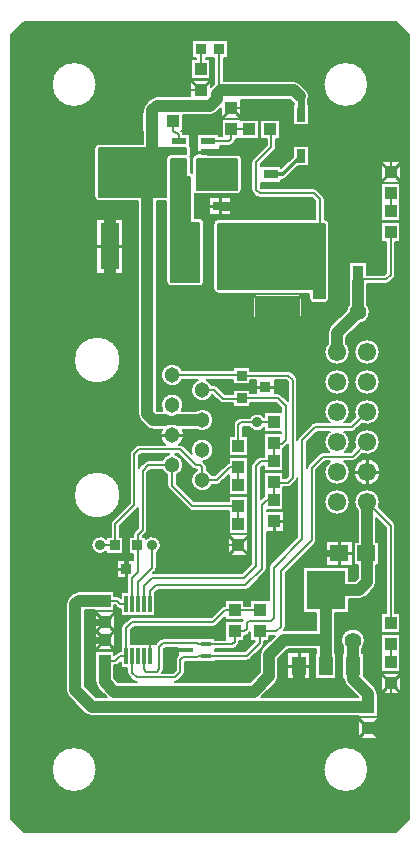
<source format=gbr>
G04 DesignSpark PCB PRO Gerber Version 10.0 Build 5299*
G04 #@! TF.Part,Single*
G04 #@! TF.FileFunction,Copper,L1,Top*
G04 #@! TF.FilePolarity,Positive*
%FSLAX35Y35*%
%MOIN*%
G04 #@! TA.AperFunction,SMDPad,CuDef*
%ADD125R,0.01181X0.05512*%
%ADD23R,0.03150X0.04528*%
%ADD130R,0.03465X0.11063*%
%ADD27R,0.03937X0.04291*%
%ADD131R,0.04724X0.06299*%
%ADD21R,0.05500X0.06000*%
%ADD127R,0.06299X0.15748*%
%ADD129R,0.08858X0.18898*%
%ADD132R,0.12992X0.12992*%
%ADD73R,0.03346X0.03346*%
%ADD74R,0.03740X0.03740*%
G04 #@! TD.AperFunction*
%ADD11C,0.00787*%
%ADD117C,0.01000*%
%ADD119C,0.01181*%
%ADD118C,0.01575*%
%ADD19C,0.02362*%
%ADD120C,0.02953*%
%ADD123C,0.03150*%
G04 #@! TA.AperFunction,ViaPad*
%ADD121C,0.03543*%
G04 #@! TD.AperFunction*
%ADD18C,0.03937*%
G04 #@! TA.AperFunction,ComponentPad*
%ADD25C,0.05130*%
G04 #@! TA.AperFunction,ViaPad*
%ADD122C,0.05600*%
G04 #@! TA.AperFunction,ComponentPad*
%ADD124C,0.06102*%
G04 #@! TA.AperFunction,SMDPad,CuDef*
%ADD134R,0.03543X0.01575*%
%ADD126R,0.04921X0.02362*%
%ADD128R,0.04528X0.03150*%
%ADD24R,0.04291X0.03937*%
%ADD133R,0.06000X0.05500*%
G04 #@! TD.AperFunction*
X0Y0D02*
D02*
D11*
X6974Y268984D02*
Y7394D01*
X11331Y3037D01*
X135126D01*
X139482Y7394D01*
Y268984D01*
X135126Y273341D01*
X11331D01*
X6974Y268984D01*
X20472Y24016D02*
G75*
G02*
X35433I7480J0D01*
G01*
G75*
G02*
X20472I-7480J0D01*
G01*
Y252362D02*
G75*
G02*
X35433I7480J0D01*
G01*
G75*
G02*
X20472I-7480J0D01*
G01*
X135039Y76118D02*
X136614D01*
Y69465D01*
X130315D01*
Y76118D01*
X131890D01*
Y104663D01*
X128740Y107812D01*
Y99994D01*
X129547D01*
Y92132D01*
X128740D01*
Y86614D01*
G75*
G02*
X127815Y84384I-3150J0D01*
G01*
X125087Y81656D01*
G75*
G02*
X122857Y80731I-2230J2224D01*
G01*
X119504D01*
Y76205D01*
X114977D01*
Y63016D01*
X115370D01*
Y54354D01*
X108283D01*
Y63016D01*
X108678D01*
Y64173D01*
X99336D01*
X96063Y60900D01*
Y55118D01*
G75*
G02*
X95138Y52888I-3150J0D01*
G01*
X90281Y48031D01*
X122711D01*
X118658Y52084D01*
G75*
G02*
X117733Y54314I2224J2230D01*
G01*
Y54354D01*
X117339D01*
Y63016D01*
X117717D01*
Y64494D01*
G75*
G02*
X116885Y66929I3150J2435D01*
G01*
G75*
G02*
X124847I3981J0D01*
G01*
G75*
G02*
X124016Y64494I-3981J0D01*
G01*
Y63016D01*
X124425D01*
Y55226D01*
X128209Y51443D01*
G75*
G02*
X129134Y49213I-2224J-2230D01*
G01*
Y44860D01*
G75*
G02*
Y44839I-3172J-11D01*
G01*
G75*
G02*
Y44817I-3180J-11D01*
G01*
Y41512D01*
X122835D01*
Y41732D01*
X33858D01*
G75*
G02*
X31628Y42657I0J3150D01*
G01*
X26122Y48164D01*
G75*
G02*
X25197Y50394I2224J2230D01*
G01*
Y79134D01*
G75*
G02*
X26122Y81364I3150J0D01*
G01*
X27254Y82496D01*
G75*
G02*
X29484Y83421I2230J-2224D01*
G01*
X35039D01*
Y83598D01*
X41339D01*
Y81890D01*
X42124D01*
G75*
G02*
X43239Y81428I2J-1575D01*
G01*
X43504Y81164D01*
Y83071D01*
X45669D01*
Y87795D01*
G75*
G02*
X45672Y87878I1575J-4D01*
G01*
X42209D01*
Y94012D01*
X47638D01*
Y95965D01*
X46161D01*
Y101673D01*
X47638D01*
Y102362D01*
G75*
G02*
X48099Y103476I1575J0D01*
G01*
X49213Y104589D01*
Y111163D01*
G75*
G02*
X49145Y111091I-1177J1044D01*
G01*
X43307Y105253D01*
Y101673D01*
X44390D01*
Y95965D01*
X38681D01*
Y96710D01*
G75*
G02*
X33661Y98819I-2067J2109D01*
G01*
G75*
G02*
X38681Y100928I2953J0D01*
G01*
Y101673D01*
X40157D01*
Y105906D01*
G75*
G02*
X40619Y107019I1575J0D01*
G01*
X46457Y112857D01*
Y129134D01*
G75*
G02*
X46918Y130247I1575J0D01*
G01*
X48493Y131822D01*
G75*
G02*
X49609Y132283I1114J-1113D01*
G01*
X58339D01*
G75*
G02*
X57130Y137362I2291J3228D01*
G01*
X54331D01*
G75*
G02*
X51828Y138600I0J3150D01*
G01*
X50138Y140290D01*
G75*
G02*
X49213Y142520I2224J2230D01*
G01*
Y213385D01*
X36220D01*
G75*
G02*
X34645Y214961I0J1575D01*
G01*
Y231102D01*
G75*
G02*
X36220Y232678I1575J0D01*
G01*
X50831D01*
Y237008D01*
X50654D01*
Y243307D01*
X50831D01*
Y243740D01*
G75*
G02*
Y243743I1211J2D01*
G01*
G75*
G02*
Y243744I1410J1D01*
G01*
G75*
G02*
X51753Y245971I3150J0D01*
G01*
X53285Y247503D01*
G75*
G02*
X55516Y248425I2227J-2227D01*
G01*
X66717D01*
Y253976D01*
X73441D01*
Y251517D01*
X74544Y252621D01*
G75*
G02*
X74606Y252681I2219J-2230D01*
G01*
Y261122D01*
X71850D01*
Y260764D01*
X73228D01*
Y254110D01*
X66929D01*
Y260764D01*
X68701D01*
Y261122D01*
X67224D01*
Y267224D01*
X79232D01*
Y261122D01*
X77756D01*
Y253543D01*
X101181D01*
G75*
G02*
X103411Y252618I0J-3150D01*
G01*
X105377Y250652D01*
G75*
G02*
X105906Y246900I-2227J-2227D01*
G01*
Y245768D01*
X106299D01*
Y238878D01*
X100787D01*
Y245768D01*
X101181D01*
Y245967D01*
G75*
G02*
X100922Y246198I1968J2459D01*
G01*
X99876Y247244D01*
X83677D01*
Y240906D01*
X76953D01*
Y244546D01*
X75456Y243048D01*
G75*
G02*
X73224Y242126I-2227J2227D01*
G01*
X64307D01*
Y237008D01*
X63644D01*
X63909Y236743D01*
G75*
G02*
X64320Y236024I-1113J-1114D01*
G01*
X66437D01*
Y232246D01*
G75*
G02*
X66930Y231102I-1083J-1144D01*
G01*
Y229134D01*
G75*
G02*
X66719Y228346I-1575J0D01*
G01*
G75*
G02*
X66929Y227559I-1364J-787D01*
G01*
Y223178D01*
G75*
G02*
X67323Y223017I-394J-1525D01*
G01*
Y227559D01*
G75*
G02*
X68783Y229130I1575J0D01*
G01*
Y232496D01*
X68996D01*
Y236024D01*
X76280D01*
Y235039D01*
X77165D01*
Y240772D01*
X83465D01*
Y240551D01*
X89591D01*
Y234252D01*
X83465D01*
Y234118D01*
X81884D01*
G75*
G02*
X81426Y233136I-1569J134D01*
G01*
X80644Y232354D01*
G75*
G02*
X79528Y231890I-1116J1111D01*
G01*
X76492D01*
Y229134D01*
X82283D01*
G75*
G02*
X83858Y227559I0J-1575D01*
G01*
Y217323D01*
G75*
G02*
X82283Y215748I-1575J0D01*
G01*
X68898D01*
G75*
G02*
X68110Y215959I0J1575D01*
G01*
Y207874D01*
X69685D01*
G75*
G02*
X71260Y206299I0J-1575D01*
G01*
Y186614D01*
G75*
G02*
X69685Y185039I-1575J0D01*
G01*
X60236D01*
G75*
G02*
X58661Y186614I0J1575D01*
G01*
Y213385D01*
X55512D01*
Y143824D01*
X55675Y143661D01*
X57373D01*
G75*
G02*
X56884Y145512I3257J1850D01*
G01*
G75*
G02*
X64376I3746J0D01*
G01*
G75*
G02*
X63887Y143661I-3746J0D01*
G01*
X68602D01*
G75*
G02*
X74376Y140512I2028J-3150D01*
G01*
G75*
G02*
X68602Y137362I-3746J0D01*
G01*
X64130D01*
G75*
G02*
X62921Y132283I-3500J-1850D01*
G01*
X63383D01*
G75*
G02*
X64499Y131822I2J-1575D01*
G01*
X67121Y129201D01*
G75*
G02*
X66884Y130512I3509J1311D01*
G01*
G75*
G02*
X74376I3746J0D01*
G01*
G75*
G02*
X70881Y126774I-3746J0D01*
G01*
G75*
G02*
X70959Y126702I-1037J-1188D01*
G01*
X71741Y125919D01*
G75*
G02*
X72205Y124803I-1111J-1116D01*
G01*
Y123911D01*
G75*
G02*
X74029Y122087I-1575J-3399D01*
G01*
X74938D01*
X78769Y125917D01*
G75*
G02*
X79528Y126337I1113J-1113D01*
G01*
Y128173D01*
X85827D01*
Y115528D01*
X79528D01*
Y122222D01*
X76704Y119398D01*
G75*
G02*
X75588Y118937I-1114J1113D01*
G01*
X74029D01*
G75*
G02*
X66884Y120512I-3399J1575D01*
G01*
G75*
G02*
X69055Y123911I3746J0D01*
G01*
Y124016D01*
X68506D01*
G75*
G02*
X67391Y124477I-2J1575D01*
G01*
X62733Y129134D01*
X61586D01*
G75*
G02*
X62205Y122113I-956J-3622D01*
G01*
Y119156D01*
X67975Y113386D01*
X79528D01*
Y115181D01*
X85827D01*
Y102535D01*
X79528D01*
Y110236D01*
X67325D01*
G75*
G02*
X66209Y110698I-2J1575D01*
G01*
X59517Y117391D01*
G75*
G02*
X59055Y118504I1113J1114D01*
G01*
Y122113D01*
G75*
G02*
X57231Y123937I1575J3399D01*
G01*
X53330D01*
X52362Y122970D01*
Y103937D01*
G75*
G02*
X51901Y102824I-1575J0D01*
G01*
X50787Y101710D01*
Y101673D01*
X51870D01*
Y100928D01*
G75*
G02*
X56890Y98819I2067J-2109D01*
G01*
G75*
G02*
X55512Y96321I-2953J0D01*
G01*
Y91339D01*
G75*
G02*
X55050Y90225I-1575J0D01*
G01*
X54196Y89370D01*
X83993D01*
X87008Y92385D01*
Y125197D01*
G75*
G02*
X87469Y126310I1575J0D01*
G01*
X89001Y127842D01*
G75*
G02*
X90117Y128303I1114J-1113D01*
G01*
X91339D01*
Y136047D01*
X96850D01*
Y136394D01*
X91339D01*
Y137949D01*
G75*
G02*
X86479Y138146I-2362J1772D01*
G01*
X84252D01*
Y135173D01*
X85827D01*
Y128520D01*
X79528D01*
Y135173D01*
X81102D01*
Y138976D01*
G75*
G02*
X81564Y140090I1575J0D01*
G01*
X82308Y140834D01*
G75*
G02*
X83424Y141295I1114J-1113D01*
G01*
X86479D01*
G75*
G02*
X91339Y141492I2498J-1575D01*
G01*
Y143047D01*
X96850D01*
Y144623D01*
X95214Y146260D01*
X86713D01*
Y144980D01*
X81004D01*
Y146063D01*
X77561D01*
G75*
G02*
X76446Y146524I-2J1575D01*
G01*
X74033Y148937D01*
X74029D01*
G75*
G02*
X66884Y150512I-3399J1575D01*
G01*
G75*
G02*
X69113Y153937I3746J0D01*
G01*
X64029D01*
G75*
G02*
X56884Y155512I-3399J1575D01*
G01*
G75*
G02*
X64029Y157087I3746J0D01*
G01*
X81004D01*
Y158169D01*
X86713D01*
Y156890D01*
X99407D01*
G75*
G02*
X100523Y156428I2J-1575D01*
G01*
X101901Y155050D01*
G75*
G02*
X102362Y153937I-1113J-1114D01*
G01*
Y133858D01*
G75*
G02*
X102824Y134972I1575J0D01*
G01*
X107154Y139302D01*
G75*
G02*
X108270Y139764I1114J-1113D01*
G01*
X113105D01*
G75*
G02*
X111358Y143189I2486J3426D01*
G01*
G75*
G02*
X119823I4232J0D01*
G01*
G75*
G02*
X118076Y139764I-4232J0D01*
G01*
X119938D01*
X121699Y141525D01*
G75*
G02*
X121358Y143189I3891J1664D01*
G01*
G75*
G02*
X129823I4232J0D01*
G01*
G75*
G02*
X123926Y139298I-4232J0D01*
G01*
X121704Y137076D01*
G75*
G02*
X120588Y136614I-1114J1113D01*
G01*
X118076D01*
G75*
G02*
X118280Y129921I-2486J-3425D01*
G01*
X120096D01*
X121699Y131525D01*
G75*
G02*
X121358Y133189I3891J1664D01*
G01*
G75*
G02*
X129823I4232J0D01*
G01*
G75*
G02*
X123926Y129298I-4232J0D01*
G01*
X121861Y127233D01*
G75*
G02*
X120746Y126772I-1114J1113D01*
G01*
X117844D01*
G75*
G02*
X119823Y123189I-2253J-3583D01*
G01*
G75*
G02*
X111358I-4232J0D01*
G01*
G75*
G02*
X113337Y126772I4232J0D01*
G01*
X111676D01*
X108661Y123757D01*
Y100394D01*
G75*
G02*
X108200Y99280I-1575J0D01*
G01*
X98425Y89505D01*
Y71654D01*
G75*
G02*
X97964Y70540I-1575J0D01*
G01*
X97893Y70469D01*
G75*
G02*
X98031Y70472I141J-3148D01*
G01*
X108678D01*
Y76205D01*
X104150D01*
Y91559D01*
X119504D01*
Y87030D01*
X121552D01*
X122441Y87919D01*
Y92132D01*
X121185D01*
Y99994D01*
X122441D01*
Y110362D01*
G75*
G02*
X121358Y113189I3150J2827D01*
G01*
G75*
G02*
X129823I4232J0D01*
G01*
G75*
G02*
X129482Y111525I-4232J0D01*
G01*
X134578Y106428D01*
G75*
G02*
X135039Y105315I-1113J-1114D01*
G01*
Y76118D01*
X35220Y207693D02*
X44307D01*
Y189157D01*
X35220D01*
Y207693D01*
X111417Y207480D02*
G75*
G02*
X112992Y205906I0J-1575D01*
G01*
Y181102D01*
G75*
G02*
X112618Y180083I-1575J0D01*
G01*
Y179902D01*
X112436D01*
G75*
G02*
X111417Y179528I-1019J1201D01*
G01*
X107874D01*
G75*
G02*
X106855Y179902I0J1575D01*
G01*
X106791D01*
Y179959D01*
G75*
G02*
X106299Y181102I1083J1144D01*
G01*
Y182677D01*
X75984D01*
G75*
G02*
X74409Y184252I0J1575D01*
G01*
Y205906D01*
G75*
G02*
X75984Y207480I1575J0D01*
G01*
X108268D01*
Y213521D01*
X107222Y214567D01*
X89766D01*
G75*
G02*
X88650Y215028I-2J1575D01*
G01*
X87513Y216166D01*
G75*
G02*
X87051Y217280I1113J1114D01*
G01*
Y226421D01*
G75*
G02*
X87513Y227535I1575J0D01*
G01*
X92126Y232148D01*
Y234252D01*
X89937D01*
Y240551D01*
X96591D01*
Y234252D01*
X95276D01*
Y231496D01*
G75*
G02*
X94814Y230383I-1575J0D01*
G01*
X90201Y225769D01*
Y225197D01*
X96949D01*
Y224454D01*
X100787Y228293D01*
Y231988D01*
X106299D01*
Y225098D01*
X102604D01*
X98694Y221189D01*
G75*
G02*
X97441Y220669I-1254J1252D01*
G01*
X96949D01*
Y219685D01*
X90201D01*
Y217932D01*
X90416Y217717D01*
X107872D01*
G75*
G02*
X108987Y217255I2J-1575D01*
G01*
X110956Y215287D01*
G75*
G02*
X111417Y214173I-1113J-1114D01*
G01*
Y207480D01*
X111358Y153189D02*
G75*
G02*
X119823I4232J0D01*
G01*
G75*
G02*
X111358I-4232J0D01*
G01*
X130315Y206520D02*
X136614D01*
Y199866D01*
X135039D01*
Y188976D01*
G75*
G02*
X134578Y187863I-1575J0D01*
G01*
X133003Y186288D01*
G75*
G02*
X131887Y185827I-1114J1113D01*
G01*
X125728D01*
Y178951D01*
G75*
G02*
X123084Y172567I-3150J-2435D01*
G01*
X118740Y168223D01*
Y166016D01*
G75*
G02*
X119823Y163189I-3150J-2827D01*
G01*
G75*
G02*
X111358I-4232J0D01*
G01*
G75*
G02*
X112441Y166016I4233J0D01*
G01*
Y169528D01*
G75*
G02*
X113366Y171757I3150J0D01*
G01*
X118630Y177021D01*
G75*
G02*
X119429Y178951I3950J-505D01*
G01*
Y186614D01*
G75*
G02*
X119665Y187811I3150J0D01*
G01*
Y193327D01*
X125492D01*
Y188976D01*
X131237D01*
X131890Y189629D01*
Y199866D01*
X130315D01*
Y206520D01*
X121358Y153189D02*
G75*
G02*
X129823I4232J0D01*
G01*
G75*
G02*
X121358I-4232J0D01*
G01*
Y163189D02*
G75*
G02*
X129823I4232J0D01*
G01*
G75*
G02*
X121358I-4232J0D01*
G01*
X87589Y182571D02*
X103750D01*
Y173783D01*
X102756D01*
Y169685D01*
X88583D01*
Y173783D01*
X87589D01*
Y182571D01*
X72917Y214780D02*
X80232D01*
Y208843D01*
X72917D01*
Y214780D01*
X79315Y102402D02*
X86039D01*
Y95323D01*
X79315D01*
Y102402D01*
X121146Y123189D02*
G75*
G02*
X130035I4445J0D01*
G01*
G75*
G02*
X121146I-4445J0D01*
G01*
X111358Y113189D02*
G75*
G02*
X119823I4232J0D01*
G01*
G75*
G02*
X111358I-4232J0D01*
G01*
X111972Y100207D02*
X120760D01*
Y91919D01*
X111972D01*
Y100207D01*
X130102Y56339D02*
X136827D01*
Y49260D01*
X130102D01*
Y56339D01*
X130315Y69118D02*
X136614D01*
Y56472D01*
X130315D01*
Y69118D01*
X99016Y63228D02*
X106528D01*
Y54142D01*
X99016D01*
Y63228D01*
X111024Y24016D02*
G75*
G02*
X125984I7480J0D01*
G01*
G75*
G02*
X111024I-7480J0D01*
G01*
X122622Y41378D02*
X129346D01*
Y34299D01*
X122622D01*
Y41378D01*
X27854Y115508D02*
G75*
G02*
X43406I7776J0D01*
G01*
G75*
G02*
X27854I-7776J0D01*
G01*
Y160516D02*
G75*
G02*
X43406I7776J0D01*
G01*
G75*
G02*
X27854I-7776J0D01*
G01*
X111024Y252362D02*
G75*
G02*
X125984I7480J0D01*
G01*
G75*
G02*
X111024I-7480J0D01*
G01*
X130102Y226724D02*
X136827D01*
Y219646D01*
X130102D01*
Y226724D01*
X130315Y219512D02*
X136614D01*
Y206866D01*
X130315D01*
Y219512D01*
X7368Y24016D02*
G36*
X7368Y24016D02*
Y7000D01*
X10937Y3431D01*
X135519D01*
X139089Y7000D01*
Y24016D01*
X125984D01*
G75*
G02*
X111024I-7480J0D01*
G01*
X35433D01*
G75*
G02*
X20472I-7480J0D01*
G01*
X7368D01*
G37*
Y37839D02*
G36*
X7368Y37839D02*
Y24016D01*
X20472D01*
G75*
G02*
X35433I7480J0D01*
G01*
X111024D01*
G75*
G02*
X125984I7480J0D01*
G01*
X139089D01*
Y37839D01*
X129346D01*
Y34299D01*
X122622D01*
Y37839D01*
X7368D01*
G37*
Y52799D02*
G36*
X7368Y52799D02*
Y37839D01*
X122622D01*
Y41378D01*
X129346D01*
Y37839D01*
X139089D01*
Y52799D01*
X136827D01*
Y49260D01*
X130102D01*
Y52799D01*
X126852D01*
X128209Y51443D01*
G75*
G02*
X129134Y49213I-2226J-2230D01*
G01*
Y44860D01*
Y44839D01*
Y44817D01*
Y41512D01*
X122835D01*
Y41732D01*
X33858D01*
G75*
G02*
X31628Y42657I0J3151D01*
G01*
X26122Y48164D01*
G75*
G02*
X25197Y50394I2226J2230D01*
G01*
Y52799D01*
X7368D01*
G37*
X95049D02*
G36*
X95049Y52799D02*
X90281Y48031D01*
X122711D01*
X118658Y52084D01*
G75*
G02*
X118121Y52799I2226J2231D01*
G01*
X95049D01*
G37*
X7368Y62795D02*
G36*
X7368Y62795D02*
Y52799D01*
X25197D01*
Y62795D01*
X7368D01*
G37*
X95138Y52888D02*
G36*
X95138Y52888D02*
X95049Y52799D01*
X118121D01*
G75*
G02*
X117733Y54314I2763J1515D01*
G01*
Y54354D01*
X117339D01*
Y62795D01*
X115370D01*
Y54354D01*
X108283D01*
Y62795D01*
X106528D01*
Y54142D01*
X99016D01*
Y62795D01*
X97958D01*
X96063Y60900D01*
Y55118D01*
G75*
G02*
X95138Y52888I-3151J0D01*
G01*
G37*
X124425Y62795D02*
G36*
X124425Y62795D02*
Y55226D01*
X126852Y52799D01*
X130102D01*
Y56339D01*
X136827D01*
Y52799D01*
X139089D01*
Y62795D01*
X136614D01*
Y56472D01*
X130315D01*
Y62795D01*
X124425D01*
G37*
X7368Y98862D02*
G36*
X7368Y98862D02*
Y62795D01*
X25197D01*
Y79134D01*
G75*
G02*
X26122Y81364I3151J0D01*
G01*
X27254Y82496D01*
G75*
G02*
X29484Y83421I2230J-2226D01*
G01*
X35039D01*
Y83598D01*
X41339D01*
Y81890D01*
X42124D01*
G75*
G02*
X43239Y81428I2J-1576D01*
G01*
X43504Y81164D01*
Y83071D01*
X45669D01*
Y87795D01*
G75*
G02*
X45672Y87878I2174J-21D01*
G01*
X42209D01*
Y94012D01*
X47638D01*
Y95965D01*
X46161D01*
Y98862D01*
X44390D01*
Y95965D01*
X38681D01*
Y96710D01*
G75*
G02*
X33661Y98819I-2067J2108D01*
G01*
Y98819D01*
Y98819D01*
G75*
G02*
X33662Y98862I2945J-6D01*
G01*
X7368D01*
G37*
X55050Y90225D02*
G36*
X55050Y90225D02*
X54196Y89370D01*
X83993D01*
X87008Y92385D01*
Y98862D01*
X86039D01*
Y95323D01*
X79315D01*
Y98862D01*
X56889D01*
G75*
G02*
X56890Y98819I-2944J-48D01*
G01*
Y98819D01*
Y98819D01*
G75*
G02*
X55512Y96321I-2952J0D01*
G01*
Y91339D01*
G75*
G02*
X55050Y90225I-1575J0D01*
G01*
G37*
X97964Y70540D02*
G36*
X97964Y70540D02*
X97893Y70469D01*
G75*
G02*
X98031Y70472I138J-3014D01*
G01*
X108678D01*
Y76205D01*
X104150D01*
Y91559D01*
X119504D01*
Y87030D01*
X121552D01*
X122441Y87919D01*
Y92132D01*
X121185D01*
Y98862D01*
X120760D01*
Y91919D01*
X111972D01*
Y98862D01*
X107782D01*
X98425Y89505D01*
Y71654D01*
G75*
G02*
X97964Y70540I-1575J0D01*
G01*
G37*
X97958Y62795D02*
G36*
X97958Y62795D02*
X99016D01*
Y63228D01*
X106528D01*
Y62795D01*
X108283D01*
Y63016D01*
X108678D01*
Y64173D01*
X99336D01*
X97958Y62795D01*
G37*
X114977Y76205D02*
G36*
X114977Y76205D02*
Y63016D01*
X115370D01*
Y62795D01*
X117339D01*
Y63016D01*
X117717D01*
Y64494D01*
G75*
G02*
X116885Y66929I3152J2436D01*
G01*
G75*
G02*
X124847I3981J0D01*
G01*
G75*
G02*
X124016Y64494I-3984J1D01*
G01*
Y63016D01*
X124425D01*
Y62795D01*
X130315D01*
Y69118D01*
X136614D01*
Y62795D01*
X139089D01*
Y98862D01*
X135039D01*
Y76118D01*
X136614D01*
Y69465D01*
X130315D01*
Y76118D01*
X131890D01*
Y98862D01*
X129547D01*
Y92132D01*
X128740D01*
Y86614D01*
G75*
G02*
X127815Y84384I-3151J0D01*
G01*
X125087Y81656D01*
G75*
G02*
X122857Y80731I-2230J2226D01*
G01*
X119504D01*
Y76205D01*
X114977D01*
G37*
X7368Y113189D02*
G36*
X7368Y113189D02*
Y98862D01*
X33662D01*
G75*
G02*
X38681Y100928I2952J-43D01*
G01*
Y101673D01*
X40157D01*
Y105906D01*
G75*
G02*
X40619Y107019I1575J0D01*
G01*
X46457Y112857D01*
Y113189D01*
X43052D01*
G75*
G02*
X28208I-7422J2319D01*
G01*
X7368D01*
G37*
X43307Y105253D02*
G36*
X43307Y105253D02*
Y101673D01*
X44390D01*
Y98862D01*
X46161D01*
Y101673D01*
X47638D01*
Y102362D01*
G75*
G02*
X48099Y103476I1575J0D01*
G01*
X49213Y104589D01*
Y111163D01*
G75*
G02*
X49145Y111091I-1620J1464D01*
G01*
X43307Y105253D01*
G37*
X50787Y101710D02*
G36*
X50787Y101710D02*
Y101673D01*
X51870D01*
Y100928D01*
G75*
G02*
X56889Y98862I2067J-2108D01*
G01*
X79315D01*
Y102402D01*
X86039D01*
Y98862D01*
X87008D01*
Y113189D01*
X85827D01*
Y102535D01*
X79528D01*
Y110236D01*
X67325D01*
G75*
G02*
X66209Y110698I-2J1576D01*
G01*
X63718Y113189D01*
X52362D01*
Y103937D01*
G75*
G02*
X51901Y102824I-1575J0D01*
G01*
X50787Y101710D01*
G37*
X108200Y99280D02*
G36*
X108200Y99280D02*
X107782Y98862D01*
X111972D01*
Y100207D01*
X120760D01*
Y98862D01*
X121185D01*
Y99994D01*
X122441D01*
Y110362D01*
G75*
G02*
X121358Y113189I3150J2827D01*
G01*
X119823D01*
G75*
G02*
X111358I-4232J0D01*
G01*
X108661D01*
Y100394D01*
G75*
G02*
X108200Y99280I-1575J0D01*
G01*
G37*
X128740Y107812D02*
G36*
X128740Y107812D02*
Y99994D01*
X129547D01*
Y98862D01*
X131890D01*
Y104663D01*
X128740Y107812D01*
G37*
X129823Y113189D02*
G36*
X129823Y113189D02*
G75*
G02*
X129482Y111525I-4239J2D01*
G01*
X134578Y106428D01*
G75*
G02*
X135039Y105315I-1114J-1114D01*
G01*
Y98862D01*
X139089D01*
Y113189D01*
X129823D01*
G37*
X7368Y123189D02*
G36*
X7368Y123189D02*
Y113189D01*
X28208D01*
G75*
G02*
X27854Y115508I7422J2319D01*
G01*
G75*
G02*
X34421Y123189I7776J0D01*
G01*
X7368D01*
G37*
X43406Y115508D02*
G36*
X43406Y115508D02*
G75*
G02*
X43052Y113189I-7776J0D01*
G01*
X46457D01*
Y123189D01*
X36839D01*
G75*
G02*
X43406Y115508I-1209J-7681D01*
G01*
G37*
X52362Y122970D02*
G36*
X52362Y122970D02*
Y113189D01*
X63718D01*
X59517Y117391D01*
G75*
G02*
X59055Y118504I1114J1114D01*
G01*
Y122113D01*
G75*
G02*
X57691Y123189I1574J3398D01*
G01*
X52581D01*
X52362Y122970D01*
G37*
X62205Y122113D02*
G36*
X62205Y122113D02*
Y119156D01*
X67975Y113386D01*
X79528D01*
Y115181D01*
X85827D01*
Y113189D01*
X87008D01*
Y123189D01*
X85827D01*
Y115528D01*
X79528D01*
Y122222D01*
X76704Y119398D01*
G75*
G02*
X75588Y118937I-1114J1115D01*
G01*
X74029D01*
G75*
G02*
X66884Y120512I-3399J1575D01*
G01*
Y120512D01*
G75*
G02*
X68009Y123189I3745J0D01*
G01*
X63569D01*
G75*
G02*
X62205Y122113I-2939J2323D01*
G01*
G37*
X73250Y123189D02*
G36*
X73250Y123189D02*
G75*
G02*
X74029Y122087I-2619J-2677D01*
G01*
X74938D01*
X76041Y123189D01*
X73250D01*
G37*
X108661D02*
G36*
X108661Y123189D02*
Y113189D01*
X111358D01*
G75*
G02*
X119823I4232J0D01*
G01*
X121358D01*
G75*
G02*
X129823I4232J0D01*
G01*
X139089D01*
Y123189D01*
X130035D01*
G75*
G02*
X121146I-4445J0D01*
G01*
X119823D01*
G75*
G02*
X111358I-4232J0D01*
G01*
X108661D01*
G37*
X7368Y153189D02*
G36*
X7368Y153189D02*
Y123189D01*
X34421D01*
G75*
G02*
X36839I1209J-7682D01*
G01*
X46457D01*
Y129134D01*
G75*
G02*
X46918Y130247I1575J0D01*
G01*
X48493Y131822D01*
G75*
G02*
X49609Y132283I1114J-1115D01*
G01*
X58339D01*
G75*
G02*
X56671Y135512I2291J3228D01*
G01*
G75*
G02*
X57130Y137362I3958J0D01*
G01*
X54331D01*
G75*
G02*
X51828Y138600I0J3149D01*
G01*
X50138Y140290D01*
G75*
G02*
X49213Y142520I2226J2230D01*
G01*
Y153189D01*
X38233D01*
G75*
G02*
X33026I-2604J7327D01*
G01*
X7368D01*
G37*
X53330Y123937D02*
G36*
X53330Y123937D02*
X52581Y123189D01*
X57691D01*
G75*
G02*
X57231Y123937I2938J2322D01*
G01*
X53330D01*
G37*
X55512Y153189D02*
G36*
X55512Y153189D02*
Y143824D01*
X55675Y143661D01*
X57373D01*
G75*
G02*
X56884Y145512I3259J1851D01*
G01*
G75*
G02*
X64376I3746J0D01*
G01*
G75*
G02*
X63887Y143661I-3748J0D01*
G01*
X68602D01*
G75*
G02*
X74376Y140512I2028J-3150D01*
G01*
G75*
G02*
X68602Y137362I-3746J0D01*
G01*
X64130D01*
G75*
G02*
X64589Y135512I-3499J-1850D01*
G01*
G75*
G02*
X62921Y132283I-3958J0D01*
G01*
X63383D01*
G75*
G02*
X64499Y131822I2J-1576D01*
G01*
X67121Y129201D01*
G75*
G02*
X66884Y130512I3515J1312D01*
G01*
G75*
G02*
X74376I3746J0D01*
G01*
G75*
G02*
X70881Y126774I-3746J0D01*
G01*
G75*
G02*
X70959Y126702I-943J-1087D01*
G01*
X71741Y125919D01*
G75*
G02*
X72205Y124804I-1110J-1116D01*
G01*
Y124803D01*
Y123911D01*
G75*
G02*
X73250Y123189I-1574J-3398D01*
G01*
X76041D01*
X78769Y125917D01*
G75*
G02*
X79528Y126337I1114J-1113D01*
G01*
Y128173D01*
X85827D01*
Y123189D01*
X87008D01*
Y125197D01*
G75*
G02*
X87469Y126310I1575J0D01*
G01*
X89001Y127842D01*
G75*
G02*
X90117Y128303I1114J-1115D01*
G01*
X91339D01*
Y136047D01*
X96850D01*
Y136394D01*
X91339D01*
Y137949D01*
G75*
G02*
X86479Y138146I-2362J1771D01*
G01*
X84252D01*
Y135173D01*
X85827D01*
Y128520D01*
X79528D01*
Y135173D01*
X81102D01*
Y138976D01*
G75*
G02*
X81564Y140090I1575J0D01*
G01*
X82308Y140834D01*
G75*
G02*
X83424Y141295I1114J-1115D01*
G01*
X86479D01*
G75*
G02*
X91339Y141492I2498J-1574D01*
G01*
Y143047D01*
X96850D01*
Y144623D01*
X95214Y146260D01*
X86713D01*
Y144980D01*
X81004D01*
Y146063D01*
X77561D01*
G75*
G02*
X76446Y146524I-2J1576D01*
G01*
X74033Y148937D01*
X74029D01*
G75*
G02*
X66884Y150512I-3399J1575D01*
G01*
G75*
G02*
X68009Y153189I3746J0D01*
G01*
X63569D01*
G75*
G02*
X57691I-2939J2323D01*
G01*
X55512D01*
G37*
X62733Y129134D02*
G36*
X62733Y129134D02*
X61586D01*
G75*
G02*
X64376Y125512I-956J-3622D01*
G01*
G75*
G02*
X63569Y123189I-3746J0D01*
G01*
X68009D01*
G75*
G02*
X69055Y123911I2620J-2677D01*
G01*
Y124016D01*
X68506D01*
G75*
G02*
X67391Y124477I-2J1576D01*
G01*
X62733Y129134D01*
G37*
X102362Y153189D02*
G36*
X102362Y153189D02*
Y133858D01*
G75*
G02*
X102824Y134972I1575J0D01*
G01*
X107154Y139302D01*
G75*
G02*
X108270Y139764I1114J-1115D01*
G01*
X113105D01*
G75*
G02*
X111358Y143189I2485J3425D01*
G01*
G75*
G02*
X119823I4232J0D01*
G01*
G75*
G02*
X118076Y139764I-4232J0D01*
G01*
X119938D01*
X121699Y141525D01*
G75*
G02*
X121358Y143189I3898J1666D01*
G01*
G75*
G02*
X129823I4232J0D01*
G01*
G75*
G02*
X123926Y139298I-4232J0D01*
G01*
X121704Y137076D01*
G75*
G02*
X120588Y136614I-1114J1115D01*
G01*
X118076D01*
G75*
G02*
X119823Y133189I-2486J-3425D01*
G01*
G75*
G02*
X118280Y129921I-4232J0D01*
G01*
X120096D01*
X121699Y131525D01*
G75*
G02*
X121358Y133189I3898J1666D01*
G01*
G75*
G02*
X129823I4232J0D01*
G01*
G75*
G02*
X123926Y129298I-4232J0D01*
G01*
X121861Y127233D01*
G75*
G02*
X120746Y126772I-1114J1115D01*
G01*
X117844D01*
G75*
G02*
X119823Y123189I-2252J-3582D01*
G01*
Y123189D01*
X121146D01*
G75*
G02*
X130035I4445J0D01*
G01*
X139089D01*
Y153189D01*
X129823D01*
G75*
G02*
X121358I-4232J0D01*
G01*
X119823D01*
G75*
G02*
X111358I-4232J0D01*
G01*
X102362D01*
G37*
X108661Y123757D02*
G36*
X108661Y123757D02*
Y123189D01*
X111358D01*
Y123189D01*
G75*
G02*
X113337Y126772I4231J0D01*
G01*
X111676D01*
X108661Y123757D01*
G37*
X7368Y163189D02*
G36*
X7368Y163189D02*
Y153189D01*
X33026D01*
G75*
G02*
X27854Y160516I2604J7327D01*
G01*
G75*
G02*
X28328Y163189I7776J0D01*
G01*
X7368D01*
G37*
X43406Y160516D02*
G36*
X43406Y160516D02*
G75*
G02*
X38233Y153189I-7776J0D01*
G01*
X49213D01*
Y163189D01*
X42931D01*
G75*
G02*
X43406Y160516I-7302J-2673D01*
G01*
G37*
X55512Y163189D02*
G36*
X55512Y163189D02*
Y153189D01*
X57691D01*
G75*
G02*
X56884Y155512I2939J2323D01*
G01*
G75*
G02*
X64029Y157087I3746J0D01*
G01*
X81004D01*
Y158169D01*
X86713D01*
Y156890D01*
X99407D01*
G75*
G02*
X100523Y156428I2J-1576D01*
G01*
X101901Y155050D01*
G75*
G02*
X102362Y153937I-1114J-1114D01*
G01*
Y153189D01*
X111358D01*
G75*
G02*
X119823I4232J0D01*
G01*
X121358D01*
G75*
G02*
X129823I4232J0D01*
G01*
X139089D01*
Y163189D01*
X129823D01*
G75*
G02*
X121358I-4232J0D01*
G01*
X119823D01*
G75*
G02*
X111358I-4232J0D01*
G01*
X55512D01*
G37*
X64029Y153937D02*
G36*
X64029Y153937D02*
G75*
G02*
X63569Y153189I-3399J1574D01*
G01*
X68009D01*
G75*
G02*
X69113Y153937I2620J-2678D01*
G01*
X64029D01*
G37*
X7368Y176128D02*
G36*
X7368Y176128D02*
Y163189D01*
X28328D01*
G75*
G02*
X42931I7302J-2673D01*
G01*
X49213D01*
Y176128D01*
X7368D01*
G37*
X55512D02*
G36*
X55512Y176128D02*
Y163189D01*
X111358D01*
G75*
G02*
X112441Y166016I4232J0D01*
G01*
Y169528D01*
G75*
G02*
X113366Y171757I3151J0D01*
G01*
X117737Y176128D01*
X103750D01*
Y173783D01*
X102756D01*
Y169685D01*
X88583D01*
Y173783D01*
X87589D01*
Y176128D01*
X55512D01*
G37*
X118740Y168223D02*
G36*
X118740Y168223D02*
Y166016D01*
G75*
G02*
X119823Y163189I-3150J-2827D01*
G01*
X121358D01*
G75*
G02*
X129823I4232J0D01*
G01*
X139089D01*
Y176128D01*
X126541D01*
G75*
G02*
X123084Y172567I-3962J388D01*
G01*
X118740Y168223D01*
G37*
X7368Y198425D02*
G36*
X7368Y198425D02*
Y176128D01*
X49213D01*
Y198425D01*
X44307D01*
Y189157D01*
X35220D01*
Y198425D01*
X7368D01*
G37*
X55512D02*
G36*
X55512Y198425D02*
Y176128D01*
X87589D01*
Y182571D01*
X103750D01*
Y176128D01*
X117737D01*
X118630Y177021D01*
G75*
G02*
X119429Y178951I3953J-507D01*
G01*
Y186614D01*
G75*
G02*
Y186616I3470J1D01*
G01*
G75*
G02*
X119665Y187811I3143J0D01*
G01*
Y193327D01*
X125492D01*
Y188976D01*
X131237D01*
X131890Y189629D01*
Y198425D01*
X112992D01*
Y181102D01*
G75*
G02*
X112618Y180083I-1576J0D01*
G01*
Y179902D01*
X112436D01*
G75*
G02*
X111417Y179528I-1019J1202D01*
G01*
X107874D01*
G75*
G02*
X106855Y179902I0J1576D01*
G01*
X106791D01*
Y179959D01*
G75*
G02*
X106299Y181102I1084J1144D01*
G01*
Y182677D01*
X75984D01*
G75*
G02*
X74409Y184252I0J1575D01*
G01*
Y198425D01*
X71260D01*
Y186614D01*
G75*
G02*
X69685Y185039I-1575J0D01*
G01*
X60236D01*
G75*
G02*
X58661Y186614I0J1575D01*
G01*
Y198425D01*
X55512D01*
G37*
X125728Y185827D02*
G36*
X125728Y185827D02*
Y178951D01*
G75*
G02*
X126560Y176516I-3150J-2435D01*
G01*
G75*
G02*
X126541Y176128I-3980J0D01*
G01*
X139089D01*
Y198425D01*
X135039D01*
Y188976D01*
G75*
G02*
X134578Y187863I-1575J0D01*
G01*
X133003Y186288D01*
G75*
G02*
X131887Y185827I-1114J1115D01*
G01*
X125728D01*
G37*
X7368Y211811D02*
G36*
X7368Y211811D02*
Y198425D01*
X35220D01*
Y207693D01*
X44307D01*
Y198425D01*
X49213D01*
Y211811D01*
X7368D01*
G37*
X55512D02*
G36*
X55512Y211811D02*
Y198425D01*
X58661D01*
Y211811D01*
X55512D01*
G37*
X68110D02*
G36*
X68110Y211811D02*
Y207874D01*
X69685D01*
G75*
G02*
X71260Y206299I0J-1575D01*
G01*
Y198425D01*
X74409D01*
Y205906D01*
G75*
G02*
X75984Y207480I1575J0D01*
G01*
X108268D01*
Y211811D01*
X80232D01*
Y208843D01*
X72917D01*
Y211811D01*
X68110D01*
G37*
X111417D02*
G36*
X111417Y211811D02*
Y207480D01*
G75*
G02*
X112992Y205906I0J-1575D01*
G01*
Y198425D01*
X131890D01*
Y199866D01*
X130315D01*
Y206520D01*
X136614D01*
Y199866D01*
X135039D01*
Y198425D01*
X139089D01*
Y211811D01*
X136614D01*
Y206866D01*
X130315D01*
Y211811D01*
X111417D01*
G37*
X7368Y223185D02*
G36*
X7368Y223185D02*
Y211811D01*
X49213D01*
Y213385D01*
X36220D01*
G75*
G02*
X34645Y214961I0J1575D01*
G01*
Y223185D01*
X7368D01*
G37*
X55512Y213385D02*
G36*
X55512Y213385D02*
Y211811D01*
X58661D01*
Y213385D01*
X55512D01*
G37*
X66929Y223185D02*
G36*
X66929Y223185D02*
Y223178D01*
G75*
G02*
X67323Y223017I-400J-1538D01*
G01*
Y223185D01*
X66929D01*
G37*
X68110Y215959D02*
G36*
X68110Y215959D02*
Y211811D01*
X72917D01*
Y214780D01*
X80232D01*
Y211811D01*
X108268D01*
Y213521D01*
X107222Y214567D01*
X89766D01*
G75*
G02*
X88650Y215028I-2J1576D01*
G01*
X87513Y216166D01*
G75*
G02*
X87051Y217280I1114J1114D01*
G01*
Y223185D01*
X83858D01*
Y217323D01*
G75*
G02*
X82283Y215748I-1575J0D01*
G01*
X68898D01*
G75*
G02*
X68110Y215959I-1J1572D01*
G01*
G37*
X90201Y219685D02*
G36*
X90201Y219685D02*
Y217932D01*
X90416Y217717D01*
X107872D01*
G75*
G02*
X108987Y217255I2J-1576D01*
G01*
X110956Y215287D01*
G75*
G02*
X111417Y214173I-1114J-1114D01*
G01*
Y211811D01*
X130315D01*
Y219512D01*
X136614D01*
Y211811D01*
X139089D01*
Y223185D01*
X136827D01*
Y219646D01*
X130102D01*
Y223185D01*
X100691D01*
X98694Y221189D01*
G75*
G02*
X97441Y220669I-1254J1252D01*
G01*
X96949D01*
Y219685D01*
X90201D01*
G37*
X7368Y252362D02*
G36*
X7368Y252362D02*
Y223185D01*
X34645D01*
Y231102D01*
G75*
G02*
X36220Y232678I1575J0D01*
G01*
X50831D01*
Y237008D01*
X50654D01*
Y243307D01*
X50831D01*
Y243740D01*
Y243743D01*
Y243744D01*
G75*
G02*
X51753Y245971I3151J0D01*
G01*
X53285Y247503D01*
G75*
G02*
X55516Y248425I2228J-2229D01*
G01*
X66717D01*
Y252362D01*
X35433D01*
G75*
G02*
X20472I-7480J0D01*
G01*
X7368D01*
G37*
X63644Y237008D02*
G36*
X63644Y237008D02*
X63909Y236743D01*
G75*
G02*
X64320Y236024I-1113J-1113D01*
G01*
X66437D01*
Y232246D01*
G75*
G02*
X66930Y231102I-1082J-1144D01*
G01*
Y229134D01*
G75*
G02*
Y229133I-1692J0D01*
G01*
G75*
G02*
X66719Y228346I-1572J0D01*
G01*
G75*
G02*
X66929Y227559I-1363J-787D01*
G01*
Y227559D01*
Y223185D01*
X67323D01*
Y227559D01*
G75*
G02*
X68783Y229130I1574J0D01*
G01*
Y232496D01*
X68996D01*
Y236024D01*
X76280D01*
Y235039D01*
X77165D01*
Y240772D01*
X83465D01*
Y240551D01*
X89591D01*
Y234252D01*
X83465D01*
Y234118D01*
X81884D01*
G75*
G02*
X81426Y233136I-1571J135D01*
G01*
X80644Y232354D01*
G75*
G02*
X79528Y231890I-1116J1110D01*
G01*
X76492D01*
Y229134D01*
X82283D01*
G75*
G02*
X83858Y227559I0J-1575D01*
G01*
Y223185D01*
X87051D01*
Y226421D01*
G75*
G02*
X87513Y227535I1575J0D01*
G01*
X92126Y232148D01*
Y234252D01*
X89937D01*
Y240551D01*
X96591D01*
Y234252D01*
X95276D01*
Y231496D01*
G75*
G02*
X94814Y230383I-1575J0D01*
G01*
X90201Y225769D01*
Y225197D01*
X96949D01*
Y224454D01*
X100787Y228293D01*
Y231988D01*
X106299D01*
Y225098D01*
X102604D01*
X100691Y223185D01*
X130102D01*
Y226724D01*
X136827D01*
Y223185D01*
X139089D01*
Y252362D01*
X125984D01*
G75*
G02*
X111024I-7480J0D01*
G01*
X103667D01*
X105377Y250652D01*
G75*
G02*
X106299Y248425I-2227J-2227D01*
G01*
G75*
G02*
X105906Y246900I-3149J0D01*
G01*
Y245768D01*
X106299D01*
Y238878D01*
X100787D01*
Y245768D01*
X101181D01*
Y245967D01*
G75*
G02*
X100922Y246198I1931J2418D01*
G01*
X99876Y247244D01*
X83677D01*
Y240906D01*
X76953D01*
Y244546D01*
X75456Y243048D01*
G75*
G02*
X73224Y242126I-2228J2229D01*
G01*
X64307D01*
Y237008D01*
X63644D01*
G37*
X73441Y252362D02*
G36*
X73441Y252362D02*
Y251517D01*
X74286Y252362D01*
X73441D01*
G37*
X7368Y269378D02*
G36*
X7368Y269378D02*
Y252362D01*
X20472D01*
G75*
G02*
X35433I7480J0D01*
G01*
X66717D01*
Y253976D01*
X73441D01*
Y252362D01*
X74286D01*
X74544Y252621D01*
G75*
G02*
X74606Y252681I4734J-4828D01*
G01*
Y261122D01*
X71850D01*
Y260764D01*
X73228D01*
Y254110D01*
X66929D01*
Y260764D01*
X68701D01*
Y261122D01*
X67224D01*
Y267224D01*
X79232D01*
Y261122D01*
X77756D01*
Y253543D01*
X101181D01*
G75*
G02*
X103411Y252618I0J-3151D01*
G01*
X103667Y252362D01*
X111024D01*
G75*
G02*
X125984I7480J0D01*
G01*
X139089D01*
Y269378D01*
X135519Y272947D01*
X10937D01*
X7368Y269378D01*
G37*
X36220Y231102D02*
Y214961D01*
X58661D01*
Y227559D01*
G75*
G02*
X59055Y228601I1575J0D01*
G01*
Y228740D01*
X59194D01*
G75*
G02*
X60236Y229134I1042J-1181D01*
G01*
X65354D01*
Y231102D01*
X36220D01*
G36*
X36220Y231102D02*
Y214961D01*
X58661D01*
Y227559D01*
G75*
G02*
X59055Y228601I1575J0D01*
G01*
Y228740D01*
X59194D01*
G75*
G02*
X60236Y229134I1042J-1181D01*
G01*
X65354D01*
Y231102D01*
X36220D01*
G37*
X41339Y58705D02*
Y54454D01*
X42643Y53150D01*
X48817D01*
G75*
G02*
X47706Y53611I3J1574D01*
G01*
X46131Y55186D01*
G75*
G02*
X45669Y56299I1113J1114D01*
G01*
Y57874D01*
X43504D01*
Y59824D01*
X42846Y59166D01*
G75*
G02*
X41730Y58705I-1114J1113D01*
G01*
X41339D01*
G36*
X41339Y58705D02*
Y54454D01*
X42643Y53150D01*
X48817D01*
G75*
G02*
X47706Y53611I3J1574D01*
G01*
X46131Y55186D01*
G75*
G02*
X45669Y56299I1113J1114D01*
G01*
Y57874D01*
X43504D01*
Y59824D01*
X42846Y59166D01*
G75*
G02*
X41730Y58705I-1114J1113D01*
G01*
X41339D01*
G37*
X41535Y98819D02*
X36614D01*
X41535D02*
X41732Y99016D01*
Y105906D01*
X48031Y112205D01*
Y129134D01*
X49606Y130709D01*
X63386D01*
X68504Y125591D01*
X69843D01*
X70630Y124803D01*
Y120512D01*
X45276Y61811D02*
X43264D01*
X41732Y60280D01*
X38189D01*
X45276Y79134D02*
X43307D01*
X42126Y80315D01*
X38232D01*
X38189Y80272D01*
X46850Y70607D02*
Y65748D01*
X51165D01*
Y65961D01*
X55083D01*
G75*
G02*
X55186Y66074I1215J-1002D01*
G01*
X56367Y67255D01*
G75*
G02*
X57483Y67717I1114J-1113D01*
G01*
X68895D01*
G75*
G02*
X69094Y67704I4J-1576D01*
G01*
Y67717D01*
X75000D01*
Y67323D01*
X78346D01*
Y73449D01*
X83983D01*
G75*
G02*
X84185Y73795I1450J-613D01*
G01*
X78346D01*
Y74938D01*
X75523Y72115D01*
G75*
G02*
X74407Y71654I-1114J1113D01*
G01*
X47896D01*
X46850Y70607D01*
G36*
X46850Y70607D02*
Y65748D01*
X51165D01*
Y65961D01*
X55083D01*
G75*
G02*
X55186Y66074I1215J-1002D01*
G01*
X56367Y67255D01*
G75*
G02*
X57483Y67717I1114J-1113D01*
G01*
X68895D01*
G75*
G02*
X69094Y67704I4J-1576D01*
G01*
Y67717D01*
X75000D01*
Y67323D01*
X78346D01*
Y73449D01*
X83983D01*
G75*
G02*
X84185Y73795I1450J-613D01*
G01*
X78346D01*
Y74938D01*
X75523Y72115D01*
G75*
G02*
X74407Y71654I-1114J1113D01*
G01*
X47896D01*
X46850Y70607D01*
G37*
X47244Y61811D02*
Y56299D01*
X48819Y54724D01*
X61417D01*
X63386Y56693D01*
Y60630D01*
X64173Y61417D01*
X68898D01*
X69291Y61811D01*
X72047D01*
X47244Y79134D02*
Y87795D01*
X49213Y89764D01*
Y98622D01*
X49016Y98819D01*
X49606Y128481D02*
Y124664D01*
G75*
G02*
X49674Y124735I1177J-1044D01*
G01*
X51564Y126625D01*
G75*
G02*
X52680Y127087I1114J-1113D01*
G01*
X57231D01*
G75*
G02*
X59674Y129134I3399J-1575D01*
G01*
X50259D01*
X49606Y128481D01*
G36*
X49606Y128481D02*
Y124664D01*
G75*
G02*
X49674Y124735I1177J-1044D01*
G01*
X51564Y126625D01*
G75*
G02*
X52680Y127087I1114J-1113D01*
G01*
X57231D01*
G75*
G02*
X59674Y129134I3399J-1575D01*
G01*
X50259D01*
X49606Y128481D01*
G37*
X51181Y61811D02*
Y57480D01*
X51969Y56693D01*
X55512D01*
X56299Y57480D01*
Y64961D01*
X57480Y66142D01*
X68898D01*
X69291Y65748D01*
X72047D01*
X53150Y61811D02*
Y69291D01*
X53937Y98819D02*
Y91339D01*
X49213Y86614D01*
Y79134D01*
X57410Y56364D02*
X57345Y56299D01*
X60765D01*
X61811Y57345D01*
Y60630D01*
G75*
G02*
X62275Y61746I1575J0D01*
G01*
X62583Y62054D01*
Y64567D01*
X58133D01*
X57874Y64308D01*
Y57480D01*
G75*
G02*
X57410Y56364I-1575J0D01*
G01*
G36*
X57410Y56364D02*
X57345Y56299D01*
X60765D01*
X61811Y57345D01*
Y60630D01*
G75*
G02*
X62275Y61746I1575J0D01*
G01*
X62583Y62054D01*
Y64567D01*
X58133D01*
X57874Y64308D01*
Y57480D01*
G75*
G02*
X57410Y56364I-1575J0D01*
G01*
G37*
X60630Y125512D02*
X52677D01*
X50787Y123622D01*
Y103937D01*
X49213Y102362D01*
Y99016D01*
X49016Y98819D01*
X60630Y125512D02*
Y118504D01*
X67323Y111811D01*
X82327D01*
X82370Y111854D01*
X82677D01*
X60630Y155512D02*
X83661D01*
X83858Y155315D01*
X62531Y53611D02*
G75*
G02*
X61420Y53150I-1114J1113D01*
G01*
X86491D01*
X89764Y56423D01*
Y62205D01*
G75*
G02*
X90689Y64435I3150J0D01*
G01*
X94802Y68547D01*
X92913D01*
Y66795D01*
X91339D01*
Y66142D01*
G75*
G02*
X90877Y65028I-1575J0D01*
G01*
X86546Y60698D01*
G75*
G02*
X85431Y60236I-1114J1113D01*
G01*
X75000D01*
Y59843D01*
X69094D01*
Y59855D01*
G75*
G02*
X68895Y59843I-196J1563D01*
G01*
X64961D01*
Y56693D01*
G75*
G02*
X64499Y55580I-1575J0D01*
G01*
X62531Y53611D01*
G36*
X62531Y53611D02*
G75*
G02*
X61420Y53150I-1114J1113D01*
G01*
X86491D01*
X89764Y56423D01*
Y62205D01*
G75*
G02*
X90689Y64435I3150J0D01*
G01*
X94802Y68547D01*
X92913D01*
Y66795D01*
X91339D01*
Y66142D01*
G75*
G02*
X90877Y65028I-1575J0D01*
G01*
X86546Y60698D01*
G75*
G02*
X85431Y60236I-1114J1113D01*
G01*
X75000D01*
Y59843D01*
X69094D01*
Y59855D01*
G75*
G02*
X68895Y59843I-196J1563D01*
G01*
X64961D01*
Y56693D01*
G75*
G02*
X64499Y55580I-1575J0D01*
G01*
X62531Y53611D01*
G37*
X62795Y233661D02*
Y235630D01*
X62205Y236220D01*
X61811D01*
X61024Y237008D01*
Y240114D01*
X60980Y240157D01*
X68898Y227559D02*
Y217323D01*
X82283D01*
Y227559D01*
X68898D01*
G36*
X68898Y227559D02*
Y217323D01*
X82283D01*
Y227559D01*
X68898D01*
G37*
X69685Y206299D02*
X66535D01*
Y221654D01*
X65354D01*
Y227559D01*
X60236D01*
Y186614D01*
X69685D01*
Y206299D01*
G36*
X69685Y206299D02*
X66535D01*
Y221654D01*
X65354D01*
Y227559D01*
X60236D01*
Y186614D01*
X69685D01*
Y206299D01*
G37*
X70079Y250437D02*
X60280D01*
X60236Y250394D01*
X70276Y264173D02*
Y257634D01*
X70079Y257437D01*
X70630Y120512D02*
X75591D01*
X79882Y124803D01*
X82240D01*
X82283Y124846D01*
X82677D01*
X70630Y150512D02*
X74685D01*
X77559Y147638D01*
X83661D01*
X83858Y147835D01*
X72047Y61811D02*
X85433D01*
X89764Y66142D01*
Y70122D01*
X72047Y65748D02*
X80709D01*
X81496Y66535D01*
Y70122D01*
X75000Y64173D02*
Y63386D01*
X84781D01*
X88189Y66794D01*
Y66795D01*
X86614D01*
Y69824D01*
G75*
G02*
X86544Y69750I-1181J1043D01*
G01*
X85762Y68968D01*
G75*
G02*
X84646Y68504I-1116J1111D01*
G01*
Y66795D01*
X83071D01*
Y66535D01*
G75*
G02*
X82607Y65419I-1575J0D01*
G01*
X81825Y64637D01*
G75*
G02*
X80709Y64173I-1116J1111D01*
G01*
X75000D01*
G36*
X75000Y64173D02*
Y63386D01*
X84781D01*
X88189Y66794D01*
Y66795D01*
X86614D01*
Y69824D01*
G75*
G02*
X86544Y69750I-1181J1043D01*
G01*
X85762Y68968D01*
G75*
G02*
X84646Y68504I-1116J1111D01*
G01*
Y66795D01*
X83071D01*
Y66535D01*
G75*
G02*
X82607Y65419I-1575J0D01*
G01*
X81825Y64637D01*
G75*
G02*
X80709Y64173I-1116J1111D01*
G01*
X75000D01*
G37*
X76181Y264173D02*
Y249803D01*
X75591Y249213D01*
X80315Y237445D02*
X86220D01*
X86264Y237402D01*
X80315Y237445D02*
Y234252D01*
X79528Y233465D01*
X72835D01*
X72638Y233661D01*
X80315Y244445D02*
X85390D01*
X85433Y244488D01*
X81004Y153937D02*
X72147D01*
G75*
G02*
X74029Y152087I-1517J-3425D01*
G01*
X74683D01*
G75*
G02*
X75798Y151625I2J-1575D01*
G01*
X78211Y149213D01*
X81004D01*
Y150689D01*
X86713D01*
Y149409D01*
X88665D01*
Y153740D01*
X86713D01*
Y152461D01*
X81004D01*
Y153937D01*
G36*
X81004Y153937D02*
X72147D01*
G75*
G02*
X74029Y152087I-1517J-3425D01*
G01*
X74683D01*
G75*
G02*
X75798Y151625I2J-1575D01*
G01*
X78211Y149213D01*
X81004D01*
Y150689D01*
X86713D01*
Y149409D01*
X88665D01*
Y153740D01*
X86713D01*
Y152461D01*
X81004D01*
Y153937D01*
G37*
X81496Y77122D02*
X78303D01*
X74409Y73228D01*
X47244D01*
X45276Y71260D01*
Y61811D01*
X82677Y98862D02*
X77209D01*
X77165Y98819D01*
X82677Y111854D02*
Y105862D01*
Y124846D02*
Y118854D01*
X83858Y147835D02*
X95866D01*
X98425Y145276D01*
Y133858D01*
X97244Y132677D01*
X94531D01*
X94488Y132720D01*
X83858Y155315D02*
X99409D01*
X100787Y153937D01*
Y121260D01*
X99213Y119685D01*
X94531D01*
X94488Y119728D01*
X88583Y181496D02*
Y169685D01*
X102756D01*
Y181496D01*
X88583D01*
G36*
X88583Y181496D02*
Y169685D01*
X102756D01*
Y181496D01*
X88583D01*
G37*
X88976Y139720D02*
X83421D01*
X82677Y138976D01*
Y131846D01*
X89764Y70122D02*
X95319D01*
X96850Y71654D01*
Y90157D01*
X107087Y100394D01*
Y124409D01*
X111024Y128346D01*
X120748D01*
X125591Y133189D01*
X89764Y77122D02*
X81496D01*
X90157Y124544D02*
Y114038D01*
X90969Y114850D01*
G75*
G02*
X91339Y115124I1114J-1113D01*
G01*
Y123055D01*
X97638D01*
Y121260D01*
X98560D01*
X99213Y121912D01*
Y132419D01*
X98357Y131564D01*
G75*
G02*
X97638Y131152I-1114J1113D01*
G01*
Y123402D01*
X91339D01*
Y125154D01*
X90767D01*
X90157Y124544D01*
G36*
X90157Y124544D02*
Y114038D01*
X90969Y114850D01*
G75*
G02*
X91339Y115124I1114J-1113D01*
G01*
Y123055D01*
X97638D01*
Y121260D01*
X98560D01*
X99213Y121912D01*
Y132419D01*
X98357Y131564D01*
G75*
G02*
X97638Y131152I-1114J1113D01*
G01*
Y123402D01*
X91339D01*
Y125154D01*
X90767D01*
X90157Y124544D01*
G37*
X92126Y110409D02*
Y110276D01*
X97850D01*
Y103197D01*
X92126D01*
Y90945D01*
G75*
G02*
X91665Y89831I-1575J0D01*
G01*
X86153Y84320D01*
G75*
G02*
X85037Y83858I-1114J1113D01*
G01*
X55770D01*
X54921Y83009D01*
Y75197D01*
X43504D01*
Y77559D01*
X43309D01*
G75*
G02*
X42194Y78020I-2J1575D01*
G01*
X41474Y78740D01*
X41339D01*
Y76945D01*
X35039D01*
Y77122D01*
X31496D01*
Y51698D01*
X35163Y48031D01*
X38853D01*
X35965Y50920D01*
G75*
G02*
X35039Y53150I2224J2230D01*
G01*
Y63606D01*
X41339D01*
Y62113D01*
X42150Y62924D01*
G75*
G02*
X43266Y63386I1114J-1113D01*
G01*
X43504D01*
Y65748D01*
X43701D01*
Y71260D01*
G75*
G02*
X44162Y72373I1575J0D01*
G01*
X46131Y74342D01*
G75*
G02*
X47246Y74803I1114J-1113D01*
G01*
X73757D01*
X77190Y78235D01*
G75*
G02*
X78306Y78697I1114J-1113D01*
G01*
X78346D01*
Y80449D01*
X84646D01*
Y78697D01*
X86614D01*
Y80449D01*
X92913D01*
Y91339D01*
G75*
G02*
X93375Y92452I1575J0D01*
G01*
X102362Y101440D01*
Y121260D01*
G75*
G02*
X101901Y120146I-1575J0D01*
G01*
X100326Y118572D01*
G75*
G02*
X99210Y118110I-1114J1113D01*
G01*
X97638D01*
Y110409D01*
X92126D01*
X34827Y76811D02*
X41551D01*
Y63740D01*
X34827D01*
Y76811D01*
X31890Y70276D02*
G36*
X31890Y70276D02*
Y51305D01*
X34769Y48425D01*
X38459D01*
X35965Y50920D01*
G75*
G02*
X35039Y53150I2226J2230D01*
G01*
Y63606D01*
X41339D01*
Y62113D01*
X42150Y62924D01*
G75*
G02*
X43266Y63386I1114J-1115D01*
G01*
X43504D01*
Y65748D01*
X43701D01*
Y70276D01*
X41551D01*
Y63740D01*
X34827D01*
Y70276D01*
X31890D01*
G37*
Y77122D02*
G36*
X31890Y77122D02*
Y70276D01*
X34827D01*
Y76811D01*
X41551D01*
Y70276D01*
X43701D01*
Y71260D01*
G75*
G02*
X44162Y72373I1575J0D01*
G01*
X46131Y74342D01*
G75*
G02*
X47246Y74803I1114J-1115D01*
G01*
X73757D01*
X77190Y78235D01*
G75*
G02*
X78306Y78697I1114J-1115D01*
G01*
X78346D01*
Y80449D01*
X84646D01*
Y78697D01*
X86614D01*
Y80449D01*
X92913D01*
Y91339D01*
G75*
G02*
X93375Y92452I1575J0D01*
G01*
X101969Y101046D01*
Y120219D01*
G75*
G02*
X101901Y120146I-1181J1042D01*
G01*
X100326Y118572D01*
G75*
G02*
X99210Y118110I-1114J1115D01*
G01*
X97638D01*
Y110409D01*
X92126D01*
Y110276D01*
X97850D01*
Y103197D01*
X92126D01*
Y90945D01*
G75*
G02*
X91665Y89831I-1575J0D01*
G01*
X86153Y84320D01*
G75*
G02*
X85037Y83858I-1114J1115D01*
G01*
X55770D01*
X54921Y83009D01*
Y75197D01*
X43504D01*
Y77559D01*
X43309D01*
G75*
G02*
X42194Y78020I-2J1576D01*
G01*
X41474Y78740D01*
X41339D01*
Y76945D01*
X35039D01*
Y77122D01*
X31890D01*
G37*
X93264Y237402D02*
X93701D01*
Y231496D01*
X88626Y226421D01*
Y217280D01*
X89764Y216142D01*
X107874D01*
X109843Y214173D01*
Y204724D01*
X94488Y106736D02*
Y101575D01*
Y113736D02*
X92083D01*
X90551Y112205D01*
Y90945D01*
X85039Y85433D01*
X55118D01*
X53150Y83465D01*
Y79134D01*
X94488Y119728D02*
Y113736D01*
Y126728D02*
X90114D01*
X88583Y125197D01*
Y91732D01*
X84646Y87795D01*
X53937D01*
X51181Y85039D01*
Y79134D01*
X94488Y132720D02*
Y126728D01*
Y139720D02*
X88976D01*
X94799Y153740D02*
Y149409D01*
X95864D01*
G75*
G02*
X96980Y148948I2J-1575D01*
G01*
X99213Y146715D01*
Y153285D01*
X98757Y153740D01*
X94799D01*
G36*
X94799Y153740D02*
Y149409D01*
X95864D01*
G75*
G02*
X96980Y148948I2J-1575D01*
G01*
X99213Y146715D01*
Y153285D01*
X98757Y153740D01*
X94799D01*
G37*
X96850Y151575D02*
X91732D01*
X105512Y133206D02*
Y124409D01*
G75*
G02*
X105973Y125523I1575J0D01*
G01*
X109910Y129460D01*
G75*
G02*
X111026Y129921I1114J-1113D01*
G01*
X112901D01*
G75*
G02*
X113105Y136614I2690J3268D01*
G01*
X108920D01*
X105512Y133206D01*
G36*
X105512Y133206D02*
Y124409D01*
G75*
G02*
X105973Y125523I1575J0D01*
G01*
X109910Y129460D01*
G75*
G02*
X111026Y129921I1114J-1113D01*
G01*
X112901D01*
G75*
G02*
X113105Y136614I2690J3268D01*
G01*
X108920D01*
X105512Y133206D01*
G37*
X107874Y184252D02*
Y181102D01*
X111417D01*
Y205906D01*
X75984D01*
Y184252D01*
X107874D01*
G36*
X107874Y184252D02*
Y181102D01*
X111417D01*
Y205906D01*
X75984D01*
Y184252D01*
X107874D01*
G37*
X125591Y143189D02*
X120591Y138189D01*
X108268D01*
X103937Y133858D01*
Y100787D01*
X94488Y91339D01*
Y74409D01*
X93701Y73622D01*
X86220D01*
X85433Y72835D01*
Y70866D01*
X84646Y70079D01*
X81539D01*
X81496Y70122D01*
X133465Y52799D02*
Y40157D01*
X131102Y37795D01*
X133465Y65791D02*
Y59799D01*
Y72791D02*
Y105315D01*
X125591Y113189D01*
X133465Y203193D02*
Y188976D01*
X131890Y187402D01*
X123366D01*
X122579Y186614D01*
X133465Y210193D02*
Y216185D01*
Y223185D02*
Y228346D01*
D02*
D18*
X38189Y60280D02*
Y53150D01*
X41339Y50000D01*
X87795D01*
X92913Y55118D01*
Y62205D01*
X98031Y67323D01*
X111828D01*
X38189Y80272D02*
X29484D01*
X28346Y79134D01*
Y50394D01*
X33858Y44882D01*
X125941D01*
X125984Y44839D01*
X39764Y198425D02*
Y188189D01*
Y210630D02*
Y198425D01*
X53980Y240157D02*
Y243744D01*
X55512Y245276D01*
X73228D01*
X75591Y247638D01*
Y249213D01*
X53980Y240157D02*
Y228346D01*
X58268Y140512D02*
X54331D01*
Y140551D01*
X52362Y142520D01*
Y218898D01*
X48031Y223228D01*
X40157D01*
X39764Y222835D01*
X70630Y140512D02*
X62598D01*
X75591Y249213D02*
X76772Y250394D01*
X101181D01*
X103150Y248425D01*
X102772Y58683D02*
Y52379D01*
X102756Y52362D01*
X111828Y58683D02*
Y67323D01*
Y83880D01*
X122857D01*
X125591Y86614D01*
Y113189D01*
X115591Y163189D02*
Y169528D01*
X122579Y176516D01*
X120866Y66929D02*
Y58700D01*
X120883Y58683D01*
X122579Y176516D02*
Y186614D01*
X125984Y37839D02*
X131059D01*
X131102Y37795D01*
X125984Y44839D02*
Y49213D01*
X120883Y54314D01*
Y58683D01*
D02*
D19*
X38189Y67280D02*
X33114D01*
X33071Y67323D01*
X38189Y73272D02*
X33114D01*
X33071Y73228D01*
X72638Y229921D02*
X85433D01*
X103150Y248425D02*
X103543Y248031D01*
Y242323D01*
X116366Y96063D02*
X110236D01*
D02*
D21*
X91732Y178177D03*
Y187177D03*
X99606Y178177D03*
Y187177D03*
D02*
D23*
X103543Y228543D03*
Y242323D03*
D02*
D24*
X53980Y240157D03*
X60980D03*
X64217Y219291D03*
X71217D03*
X86264Y237402D03*
X93264D03*
D02*
D25*
X60630Y125512D03*
Y135512D03*
Y145512D03*
Y155512D03*
X70630Y120512D03*
Y130512D03*
Y140512D03*
Y150512D03*
D02*
D27*
X38189Y60280D03*
Y67280D03*
Y73272D03*
Y80272D03*
X70079Y250437D03*
Y257437D03*
X80315Y237445D03*
Y244445D03*
X81496Y70122D03*
Y77122D03*
X82677Y98862D03*
Y105862D03*
Y111854D03*
Y118854D03*
Y124846D03*
Y131846D03*
X89764Y70122D03*
Y77122D03*
X94488Y106736D03*
Y113736D03*
Y119728D03*
Y126728D03*
Y132720D03*
Y139720D03*
X125984Y37839D03*
Y44839D03*
X133465Y52799D03*
Y59799D03*
Y65791D03*
Y72791D03*
Y203193D03*
Y210193D03*
Y216185D03*
Y223185D03*
D02*
D73*
X41535Y98819D03*
X45276Y90945D03*
X49016Y98819D03*
X83858Y147835D03*
Y155315D03*
X91732Y151575D03*
D02*
D74*
X70276Y264173D03*
X76181D03*
D02*
D117*
X36574Y65665D02*
X34720Y63811D01*
X36574Y68894D02*
X34720Y70748D01*
X36574Y71657D02*
X34720Y69803D01*
X36574Y74887D02*
X34720Y76740D01*
X37114Y198425D02*
X35114D01*
X39764Y191051D02*
Y189051D01*
Y205799D02*
Y207799D01*
X39804Y65665D02*
X41657Y63811D01*
X39804Y68894D02*
X41657Y70748D01*
X39804Y71657D02*
X41657Y69803D01*
X39804Y74887D02*
X41657Y76740D01*
X42413Y198425D02*
X44413D01*
X44102Y90945D02*
X42102D01*
X45276Y89772D02*
Y87772D01*
Y92118D02*
Y94118D01*
X58565Y135512D02*
X56565D01*
X62695D02*
X64695D01*
X68464Y252052D02*
X66610Y253906D01*
X70677Y229921D02*
X68677D01*
X71694Y252052D02*
X73547Y253906D01*
X74598Y229921D02*
X76598D01*
X74811Y211811D02*
X72811D01*
X76575Y210736D02*
Y208736D01*
Y212886D02*
Y214886D01*
X78339Y211811D02*
X80339D01*
X78700Y242830D02*
X76846Y240976D01*
X81062Y97247D02*
X79209Y95394D01*
X81062Y100477D02*
X79209Y102331D01*
X81930Y242830D02*
X83783Y240976D01*
X84292Y97247D02*
X86146Y95394D01*
X84292Y100477D02*
X86146Y102331D01*
X89336Y175781D02*
X87482Y173927D01*
X89336Y180574D02*
X87482Y182427D01*
X90559Y151575D02*
X88559D01*
X92906D02*
X94906D01*
X94488Y105091D02*
Y103091D01*
X95957Y106736D02*
X97957D01*
X100910Y58683D02*
X98909D01*
X102003Y175781D02*
X103856Y173927D01*
X102003Y180574D02*
X103856Y182427D01*
X102772Y56034D02*
Y54035D01*
Y61333D02*
Y63335D01*
X104635Y58683D02*
X106634D01*
X113866Y96063D02*
X111866D01*
X116366Y93813D02*
Y91813D01*
Y98313D02*
Y100313D01*
X118866Y96063D02*
X120866D01*
X123039Y123189D02*
X121039D01*
X124369Y36224D02*
X122516Y34370D01*
X124369Y39454D02*
X122516Y41307D01*
X125591Y120638D02*
Y118638D01*
Y125740D02*
Y127740D01*
X127599Y36224D02*
X129453Y34370D01*
X127599Y39454D02*
X129453Y41307D01*
X128142Y123189D02*
X130142D01*
X131850Y51184D02*
X129996Y49331D01*
X131850Y54414D02*
X129996Y56268D01*
X131850Y221570D02*
X129996Y219717D01*
X131850Y224800D02*
X129996Y226654D01*
X135080Y51184D02*
X136933Y49331D01*
X135080Y54414D02*
X136933Y56268D01*
X135080Y221570D02*
X136933Y219717D01*
X135080Y224800D02*
X136933Y226654D01*
D02*
D118*
X45276Y90945D02*
Y103937D01*
D02*
D119*
X65748Y63780D02*
X61811D01*
X59843Y61811D01*
X93504Y222441D02*
X97441D01*
X103543Y228543D01*
D02*
D120*
X76575Y211811D02*
X81890D01*
D02*
D121*
X18110Y42913D03*
Y68898D03*
Y94882D03*
Y120866D03*
X21654Y181102D03*
X33071Y67323D03*
Y73228D03*
X33465Y16142D03*
X35827Y176772D03*
X36614Y98819D03*
X39370Y137008D03*
X39764Y188189D03*
Y210630D03*
X45276Y103937D03*
X49213Y135039D03*
X53150Y69291D03*
X53937Y98819D03*
X59449Y16142D03*
X59843Y61811D03*
X60236Y250394D03*
X65354Y175197D03*
X77165Y98819D03*
X81890Y211811D03*
X85433Y16142D03*
Y229921D03*
Y244488D03*
X88976Y139720D03*
X91732Y172047D03*
X94488Y101575D03*
X96063Y164961D03*
X96850Y151575D03*
X99606Y172047D03*
X102756Y52362D03*
X104331Y265354D03*
X110236Y96063D03*
X111417Y16142D03*
X131102Y37795D03*
X133465Y228346D03*
D02*
D122*
X120866Y66929D03*
X122579Y176516D03*
D02*
D123*
X62598Y140512D02*
X58268D01*
D02*
D124*
X115591Y113189D03*
Y123189D03*
Y133189D03*
Y143189D03*
Y153189D03*
Y163189D03*
X125591Y113189D03*
Y123189D03*
Y133189D03*
Y143189D03*
Y153189D03*
Y163189D03*
D02*
D125*
X45276Y61811D03*
Y79134D03*
X47244Y61811D03*
Y79134D03*
X49213Y61811D03*
Y79134D03*
X51181Y61811D03*
Y79134D03*
X53150Y61811D03*
Y79134D03*
D02*
D126*
X62795Y226181D03*
Y229921D03*
Y233661D03*
X72638Y226181D03*
Y229921D03*
Y233661D03*
D02*
D127*
X39764Y198425D03*
Y222835D03*
D02*
D128*
X62795Y211811D03*
X76575D03*
X79724Y222441D03*
X93504D03*
D02*
D129*
X64961Y196457D03*
X80709D03*
D02*
D130*
X109705Y186614D03*
X122579D03*
D02*
D131*
X102772Y58683D03*
X111828D03*
X120883D03*
D02*
D132*
X111828Y83880D03*
D02*
D133*
X116366Y96063D03*
X125366D03*
D02*
D134*
X65748Y63780D03*
X72047Y61811D03*
Y65748D03*
X0Y0D02*
M02*

</source>
